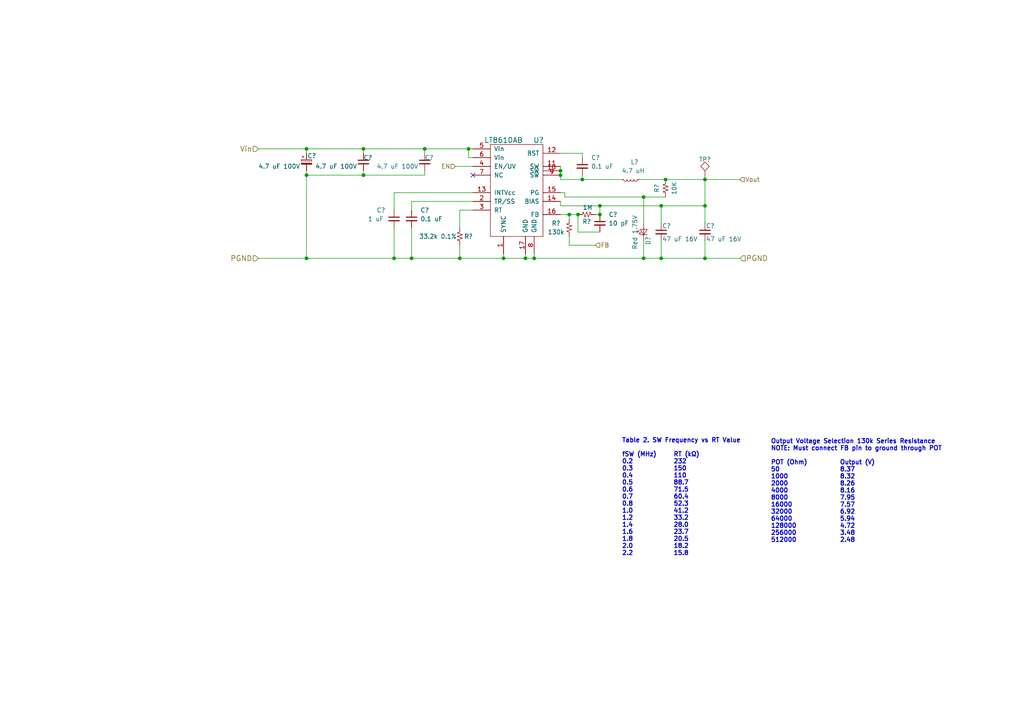
<source format=kicad_sch>
(kicad_sch (version 20211123) (generator eeschema)
  (paper "A4")
  (lib_symbols
    (symbol "BUMP-Strobe-rescue:C_Small-SPC-Control-rescue-DeathStar-rescue" (pin_numbers hide) (pin_names (offset 0.254) hide)
      (property "Reference" "C" (at 0.254 1.778 0))
      (property "Value" "C_Small-SPC-Control-rescue-DeathStar-rescue" (at 0.254 -2.032 0))
      (symbol "C_Small-SPC-Control-rescue-DeathStar-rescue_0_1"
        (polyline (pts (xy -1.524 -0.508) (xy 1.524 -0.508)) (stroke (width 0.3302)))
        (polyline (pts (xy -1.524 0.508) (xy 1.524 0.508)) (stroke (width 0.3048)))
      )
      (symbol "C_Small-SPC-Control-rescue-DeathStar-rescue_1_1"
        (pin passive line (at 0 2.54 270) (length 2.032) (name "~") (number "1"))
        (pin passive line (at 0 -2.54 90) (length 2.032) (name "~") (number "2"))
      )
    )
    (symbol "CBT-140-Control-rescue:CP_Small" (pin_numbers hide) (pin_names (offset 0.254) hide)
      (property "Reference" "C" (at 0.254 1.778 0))
      (property "Value" "CP_Small" (at 0.254 -2.032 0))
      (symbol "CP_Small_0_1"
        (rectangle (start -1.524 -0.3048) (end 1.524 -0.6858) (fill (type outline)))
        (rectangle (start -1.524 0.6858) (end 1.524 0.3048))
        (polyline (pts (xy -1.27 1.524) (xy -0.762 1.524)))
        (polyline (pts (xy -1.016 1.27) (xy -1.016 1.778)))
      )
      (symbol "CP_Small_1_1"
        (pin passive line (at 0 2.54 270) (length 1.8542) (name "~") (number "1"))
        (pin passive line (at 0 -2.54 90) (length 1.8542) (name "~") (number "2"))
      )
    )
    (symbol "CBT-140-Control-rescue:C_Small" (pin_numbers hide) (pin_names (offset 0.254) hide)
      (property "Reference" "C" (at 0.254 1.778 0))
      (property "Value" "C_Small" (at 0.254 -2.032 0))
      (symbol "C_Small_0_1"
        (polyline (pts (xy -1.524 -0.508) (xy 1.524 -0.508)) (stroke (width 0.3302)))
        (polyline (pts (xy -1.524 0.508) (xy 1.524 0.508)) (stroke (width 0.3048)))
      )
      (symbol "C_Small_1_1"
        (pin passive line (at 0 2.54 270) (length 2.032) (name "~") (number "1"))
        (pin passive line (at 0 -2.54 90) (length 2.032) (name "~") (number "2"))
      )
    )
    (symbol "CBT-140-Control-rescue:LED_Small" (pin_numbers hide) (pin_names (offset 0.254) hide)
      (property "Reference" "D" (at -1.27 3.175 0))
      (property "Value" "LED_Small" (at -4.445 -2.54 0))
      (symbol "LED_Small_0_1"
        (polyline (pts (xy -0.762 -1.016) (xy -0.762 1.016)))
        (polyline (pts (xy 1.016 0) (xy -0.762 0)))
        (polyline (pts (xy 0.762 -1.016) (xy -0.762 0) (xy 0.762 1.016) (xy 0.762 -1.016)))
        (polyline (pts (xy 0 0.762) (xy -0.508 1.27) (xy -0.254 1.27) (xy -0.508 1.27) (xy -0.508 1.016)))
        (polyline (pts (xy 0.508 1.27) (xy 0 1.778) (xy 0.254 1.778) (xy 0 1.778) (xy 0 1.524)))
      )
      (symbol "LED_Small_1_1"
        (pin passive line (at -2.54 0 0) (length 1.778) (name "K") (number "1"))
        (pin passive line (at 2.54 0 180) (length 1.778) (name "A") (number "2"))
      )
    )
    (symbol "CBT-140-Control-rescue:LT8610AB" (pin_names (offset 1.016))
      (property "Reference" "U" (at 6.35 15.24 0))
      (property "Value" "LT8610AB" (at -3.81 15.24 0))
      (symbol "LT8610AB_0_1"
        (rectangle (start -7.62 13.97) (end 7.62 -12.7))
      )
      (symbol "LT8610AB_1_1"
        (pin input line (at -3.81 -17.78 90) (length 5.08) (name "SYNC") (number "1"))
        (pin input line (at 12.7 6.35 180) (length 5.08) (name "SW") (number "10"))
        (pin input line (at 12.7 7.62 180) (length 5.08) (name "SW") (number "11"))
        (pin input line (at 12.7 11.43 180) (length 5.08) (name "BST") (number "12"))
        (pin input line (at -12.7 0 0) (length 5.08) (name "INTVcc") (number "13"))
        (pin input line (at 12.7 -2.54 180) (length 5.08) (name "BIAS") (number "14"))
        (pin input line (at 12.7 0 180) (length 5.08) (name "PG") (number "15"))
        (pin input line (at 12.7 -6.35 180) (length 5.08) (name "FB") (number "16"))
        (pin input line (at 2.54 -17.78 90) (length 5.08) (name "GND") (number "17"))
        (pin input line (at -12.7 -2.54 0) (length 5.08) (name "TR/SS") (number "2"))
        (pin input line (at -12.7 -5.08 0) (length 5.08) (name "RT") (number "3"))
        (pin input line (at -12.7 7.62 0) (length 5.08) (name "EN/UV") (number "4"))
        (pin input line (at -12.7 12.7 0) (length 5.08) (name "Vin") (number "5"))
        (pin input line (at -12.7 10.16 0) (length 5.08) (name "Vin") (number "6"))
        (pin input line (at -12.7 5.08 0) (length 5.08) (name "NC") (number "7"))
        (pin input line (at 5.08 -17.78 90) (length 5.08) (name "GND") (number "8"))
        (pin input line (at 12.7 5.08 180) (length 5.08) (name "SW") (number "9"))
      )
    )
    (symbol "CBT-140-Control-rescue:L_Small" (pin_numbers hide) (pin_names (offset 0.254) hide)
      (property "Reference" "L" (at 0.762 1.016 0))
      (property "Value" "L_Small" (at 0.762 -1.016 0))
      (symbol "L_Small_0_1"
        (arc (start 0 -2.032) (mid 0.508 -1.524) (end 0 -1.016))
        (arc (start 0 -1.016) (mid 0.508 -0.508) (end 0 0))
        (arc (start 0 0) (mid 0.508 0.508) (end 0 1.016))
        (arc (start 0 1.016) (mid 0.508 1.524) (end 0 2.032))
      )
      (symbol "L_Small_1_1"
        (pin passive line (at 0 2.54 270) (length 0.508) (name "~") (number "1"))
        (pin passive line (at 0 -2.54 90) (length 0.508) (name "~") (number "2"))
      )
    )
    (symbol "CBT-140-Control-rescue:Resistor_small" (pin_numbers hide) (pin_names (offset 0))
      (property "Reference" "R" (at 2.032 0 90))
      (property "Value" "Resistor_small" (at -2.032 0.254 90))
      (symbol "Resistor_small_0_1"
        (polyline (pts (xy 0 1.27) (xy -0.762 1.016) (xy 0.762 0.508) (xy -0.762 0) (xy 0.762 -0.508) (xy -0.762 -1.016) (xy 0 -1.27)))
      )
      (symbol "Resistor_small_1_1"
        (pin passive line (at 0 2.54 270) (length 1.27) (name "~") (number "1"))
        (pin passive line (at 0 -2.54 90) (length 1.27) (name "~") (number "2"))
      )
    )
    (symbol "CBT-140-Control-rescue:TEST" (pin_numbers hide) (pin_names (offset 1.016) hide)
      (property "Reference" "TP" (at 0 7.62 0))
      (property "Value" "TEST" (at 0 6.35 0))
      (symbol "TEST_0_1"
        (polyline (pts (xy 0 5.08) (xy -1.27 3.81) (xy 0 2.54) (xy 1.27 3.81) (xy 0 5.08) (xy 0 5.08)))
      )
      (symbol "TEST_1_1"
        (pin passive line (at 0 0 90) (length 2.54) (name "~") (number "1"))
      )
    )
    (symbol "Dual-Mag-Camera-Control-rescue:C_Small-SPC-Control-rescue" (pin_numbers hide) (pin_names (offset 0.254) hide)
      (property "Reference" "C" (at 0.254 1.778 0))
      (property "Value" "C_Small-SPC-Control-rescue" (at 0.254 -2.032 0))
      (symbol "C_Small-SPC-Control-rescue_0_1"
        (polyline (pts (xy -1.524 -0.508) (xy 1.524 -0.508)) (stroke (width 0.3302)))
        (polyline (pts (xy -1.524 0.508) (xy 1.524 0.508)) (stroke (width 0.3048)))
      )
      (symbol "C_Small-SPC-Control-rescue_1_1"
        (pin passive line (at 0 2.54 270) (length 2.032) (name "~") (number "1"))
        (pin passive line (at 0 -2.54 90) (length 2.032) (name "~") (number "2"))
      )
    )
  )
  (junction (at 191.77 74.93))
  (junction (at 162.56 49.53))
  (junction (at 204.47 74.93))
  (junction (at 146.05 74.93))
  (junction (at 133.35 74.93))
  (junction (at 135.89 43.18))
  (junction (at 193.04 52.07))
  (junction (at 165.1 62.23))
  (junction (at 154.94 74.93))
  (junction (at 173.99 62.23))
  (junction (at 186.69 74.93))
  (junction (at 88.9 50.8))
  (junction (at 162.56 50.8))
  (junction (at 191.77 59.69))
  (junction (at 204.47 52.07))
  (junction (at 186.69 57.15))
  (junction (at 88.9 43.18))
  (junction (at 114.3 74.93))
  (junction (at 152.4 74.93))
  (junction (at 168.91 52.07))
  (junction (at 105.41 50.8))
  (junction (at 173.99 59.69))
  (junction (at 88.9 74.93))
  (junction (at 204.47 59.69))
  (junction (at 167.64 62.23))
  (junction (at 119.38 74.93))
  (junction (at 123.19 43.18))
  (junction (at 105.41 43.18))
  (no_connect (at 137.16 50.8))
  (wire (pts (xy 133.35 74.93) (xy 133.35 71.12)))
  (wire (pts (xy 191.77 59.69) (xy 204.47 59.69)))
  (wire (pts (xy 88.9 74.93) (xy 114.3 74.93)))
  (wire (pts (xy 168.91 44.45) (xy 168.91 45.72)))
  (wire (pts (xy 105.41 50.8) (xy 123.19 50.8)))
  (wire (pts (xy 162.56 50.8) (xy 162.56 52.07)))
  (wire (pts (xy 105.41 49.53) (xy 105.41 50.8)))
  (wire (pts (xy 193.04 52.07) (xy 204.47 52.07)))
  (wire (pts (xy 133.35 74.93) (xy 146.05 74.93)))
  (wire (pts (xy 173.99 59.69) (xy 173.99 62.23)))
  (wire (pts (xy 114.3 55.88) (xy 114.3 60.96)))
  (wire (pts (xy 167.64 67.31) (xy 173.99 67.31)))
  (wire (pts (xy 167.64 67.31) (xy 167.64 62.23)))
  (wire (pts (xy 119.38 74.93) (xy 133.35 74.93)))
  (wire (pts (xy 191.77 74.93) (xy 191.77 69.85)))
  (wire (pts (xy 74.93 74.93) (xy 88.9 74.93)))
  (wire (pts (xy 152.4 74.93) (xy 154.94 74.93)))
  (wire (pts (xy 114.3 74.93) (xy 119.38 74.93)))
  (wire (pts (xy 146.05 74.93) (xy 152.4 74.93)))
  (wire (pts (xy 186.69 57.15) (xy 186.69 64.77)))
  (wire (pts (xy 191.77 74.93) (xy 204.47 74.93)))
  (wire (pts (xy 165.1 71.12) (xy 165.1 68.58)))
  (wire (pts (xy 162.56 59.69) (xy 173.99 59.69)))
  (wire (pts (xy 123.19 50.8) (xy 123.19 49.53)))
  (wire (pts (xy 137.16 58.42) (xy 119.38 58.42)))
  (wire (pts (xy 186.69 74.93) (xy 191.77 74.93)))
  (wire (pts (xy 135.89 45.72) (xy 137.16 45.72)))
  (wire (pts (xy 105.41 43.18) (xy 123.19 43.18)))
  (wire (pts (xy 168.91 52.07) (xy 168.91 50.8)))
  (wire (pts (xy 154.94 73.66) (xy 154.94 74.93)))
  (wire (pts (xy 88.9 50.8) (xy 88.9 74.93)))
  (wire (pts (xy 88.9 43.18) (xy 88.9 44.45)))
  (wire (pts (xy 154.94 74.93) (xy 186.69 74.93)))
  (wire (pts (xy 173.99 62.23) (xy 172.72 62.23)))
  (wire (pts (xy 204.47 52.07) (xy 214.63 52.07)))
  (wire (pts (xy 163.83 57.15) (xy 163.83 55.88)))
  (wire (pts (xy 105.41 43.18) (xy 105.41 44.45)))
  (wire (pts (xy 137.16 55.88) (xy 114.3 55.88)))
  (wire (pts (xy 162.56 48.26) (xy 162.56 49.53)))
  (wire (pts (xy 137.16 60.96) (xy 133.35 60.96)))
  (wire (pts (xy 114.3 74.93) (xy 114.3 66.04)))
  (wire (pts (xy 146.05 74.93) (xy 146.05 73.66)))
  (wire (pts (xy 88.9 49.53) (xy 88.9 50.8)))
  (wire (pts (xy 162.56 58.42) (xy 162.56 59.69)))
  (wire (pts (xy 165.1 62.23) (xy 165.1 63.5)))
  (wire (pts (xy 162.56 49.53) (xy 162.56 50.8)))
  (wire (pts (xy 186.69 69.85) (xy 186.69 74.93)))
  (wire (pts (xy 133.35 60.96) (xy 133.35 66.04)))
  (wire (pts (xy 88.9 50.8) (xy 105.41 50.8)))
  (wire (pts (xy 137.16 43.18) (xy 135.89 43.18)))
  (wire (pts (xy 162.56 52.07) (xy 168.91 52.07)))
  (wire (pts (xy 168.91 52.07) (xy 180.34 52.07)))
  (wire (pts (xy 163.83 57.15) (xy 186.69 57.15)))
  (wire (pts (xy 74.93 43.18) (xy 88.9 43.18)))
  (wire (pts (xy 204.47 74.93) (xy 214.63 74.93)))
  (wire (pts (xy 135.89 43.18) (xy 135.89 45.72)))
  (wire (pts (xy 186.69 57.15) (xy 193.04 57.15)))
  (wire (pts (xy 119.38 58.42) (xy 119.38 60.96)))
  (wire (pts (xy 185.42 52.07) (xy 193.04 52.07)))
  (wire (pts (xy 123.19 43.18) (xy 123.19 44.45)))
  (wire (pts (xy 152.4 74.93) (xy 152.4 73.66)))
  (wire (pts (xy 132.08 48.26) (xy 137.16 48.26)))
  (wire (pts (xy 163.83 55.88) (xy 162.56 55.88)))
  (wire (pts (xy 204.47 59.69) (xy 204.47 64.77)))
  (wire (pts (xy 204.47 52.07) (xy 204.47 59.69)))
  (wire (pts (xy 191.77 59.69) (xy 191.77 64.77)))
  (wire (pts (xy 172.72 71.12) (xy 165.1 71.12)))
  (wire (pts (xy 173.99 59.69) (xy 191.77 59.69)))
  (wire (pts (xy 167.64 62.23) (xy 165.1 62.23)))
  (wire (pts (xy 162.56 44.45) (xy 168.91 44.45)))
  (wire (pts (xy 123.19 43.18) (xy 135.89 43.18)))
  (wire (pts (xy 204.47 74.93) (xy 204.47 69.85)))
  (wire (pts (xy 119.38 74.93) (xy 119.38 66.04)))
  (wire (pts (xy 88.9 43.18) (xy 105.41 43.18)))
  (wire (pts (xy 165.1 62.23) (xy 162.56 62.23)))
  (text "Table 2. SW Frequency vs RT Value\n\nfSW (MHz) 	RT (kΩ)\n0.2 		232\n0.3 		150\n0.4 		110\n0.5 		88.7\n0.6 		71.5\n0.7 		60.4\n0.8 		52.3\n1.0 		41.2\n1.2 		33.2\n1.4 		28.0\n1.6 		23.7\n1.8 		20.5\n2.0 		18.2\n2.2 		15.8" (at 180.34 161.29 0) (effects (font (size 1.27 1.27) (thickness 0.254) bold) (justify left bottom)))
  (text "Output Voltage Selection 130k Series Resistance\nNOTE: Must connect FB pin to ground through POT\n\nPOT (Ohm)		Output (V)\n50				8.37\n1000			8.32\n2000			8.26\n4000			8.16\n8000			7.95\n16000			7.57\n32000			6.92\n64000			5.94\n128000			4.72\n256000			3.48\n512000			2.48" (at 223.52 157.48 0) (effects (font (size 1.27 1.27) (thickness 0.254) bold) (justify left bottom)))
  (hierarchical_label "FB" (shape input) (at 172.72 71.12 0))
  (hierarchical_label "Vin" (shape input) (at 74.93 43.18 180) (effects (font (size 1.524 1.524))))
  (hierarchical_label "PGND" (shape input) (at 74.93 74.93 180) (effects (font (size 1.524 1.524))))
  (hierarchical_label "EN" (shape input) (at 132.08 48.26 180))
  (hierarchical_label "PGND" (shape input) (at 214.63 74.93 0) (effects (font (size 1.524 1.524))))
  (hierarchical_label "Vout" (shape input) (at 214.63 52.07 0))
  (symbol (lib_id "CBT-140-Control-rescue:Resistor_small") (at 170.18 62.23 270)
    (property "Reference" "R?" (at 170.18 64.262 90))
    (property "Value" "1M" (at 170.434 60.198 90))
    (property "Footprint" "Resistor_SMD:R_0603_1608Metric" (effects hide))
    (property "Datasheet" "http://www.yageo.com/documents/recent/PYu-RC_Group_51_RoHS_L_8.pdf" (effects hide))
    (property "Part Number" "311-1.00MHRCT-ND" (effects hide))
    (property "Supplier" "Digikey" (effects hide))
    (property "Link" "https://www.digikey.com/product-detail/en/yageo/RC0603FR-071ML/311-1.00MHRCT-ND/729791" (effects hide))
  )
  (symbol (lib_id "CBT-140-Control-rescue:C_Small") (at 105.41 46.99 0)
    (property "Reference" "C?" (at 105.41 45.72 0) (effects (justify left)))
    (property "Value" "4.7 uF 100V" (at 91.44 48.26 0) (effects (justify left)))
    (property "Footprint" "Capacitor_SMD:C_1210_3225Metric" (effects hide))
    (property "Datasheet" "http://www.yuden.co.jp/productdata/catalog/mlcc06_e.pdf" (effects hide))
    (property "Part Number" "587-5038-1-ND" (effects hide))
    (property "Supplier" "Digikey" (effects hide))
    (property "Link" "https://www.digikey.com/product-detail/en/taiyo-yuden/HMK325C7475KN-TE/587-5038-1-ND/6563881" (effects hide))
  )
  (symbol (lib_id "CBT-140-Control-rescue:C_Small") (at 123.19 46.99 0)
    (property "Reference" "C?" (at 123.19 45.72 0) (effects (justify left)))
    (property "Value" "4.7 uF 100V" (at 109.22 48.26 0) (effects (justify left)))
    (property "Footprint" "Capacitor_SMD:C_1210_3225Metric" (effects hide))
    (property "Datasheet" "http://www.yuden.co.jp/productdata/catalog/mlcc06_e.pdf" (effects hide))
    (property "Part Number" "587-5038-1-ND" (effects hide))
    (property "Supplier" "Digikey" (effects hide))
    (property "Link" "https://www.digikey.com/product-detail/en/taiyo-yuden/HMK325C7475KN-TE/587-5038-1-ND/6563881" (effects hide))
  )
  (symbol (lib_id "CBT-140-Control-rescue:CP_Small") (at 88.9 46.99 0)
    (property "Reference" "C?" (at 89.154 45.212 0) (effects (justify left)))
    (property "Value" "4.7 uF 100V" (at 74.93 48.26 0) (effects (justify left)))
    (property "Footprint" "Capacitor_SMD:CP_Elec_5x3.9" (effects hide))
    (property "Datasheet" "https://www.nichicon.co.jp/english/products/pdfs/e-uzg.pdf" (effects hide))
    (property "Part Number" "493-10068-1-ND" (effects hide))
    (property "Supplier" "Digikey" (effects hide))
    (property "Link" "https://www.digikey.com/en/products/detail/nichicon/UZG1H4R7MCL1GB/2550980" (effects hide))
  )
  (symbol (lib_id "CBT-140-Control-rescue:C_Small") (at 191.77 67.31 0)
    (property "Reference" "C?" (at 192.024 65.532 0) (effects (justify left)))
    (property "Value" "47 uF 16V" (at 192.024 69.342 0) (effects (justify left)))
    (property "Footprint" "Capacitor_SMD:C_1210_3225Metric" (effects hide))
    (property "Datasheet" "https://www.murata.com/~/media/webrenewal/support/library/catalog/products/capacitor/mlcc/c02e.ashx" (effects hide))
    (property "Part Number" "490-8355-1-ND" (effects hide))
    (property "Supplier" "Digikey" (effects hide))
    (property "Link" "https://www.digikey.com/product-detail/en/murata-electronics-north-america/GRM32ER61C476ME15K/490-8355-1-ND/4380649" (effects hide))
  )
  (symbol (lib_id "BUMP-Strobe-rescue:C_Small-SPC-Control-rescue-DeathStar-rescue") (at 119.38 63.5 0)
    (property "Reference" "C?" (at 121.92 60.96 0) (effects (justify left)))
    (property "Value" "0.1 uF" (at 121.92 63.5 0) (effects (justify left)))
    (property "Footprint" "Capacitor_SMD:C_0603_1608Metric" (effects hide))
    (property "Datasheet" "https://www.murata.com/~/media/webrenewal/support/library/catalog/products/capacitor/mlcc/c02e.ashx?la=en-us" (effects hide))
    (property "Part Number" "490-3285-1-ND" (effects hide))
    (property "Supplier" "Digikey" (effects hide))
    (property "Link" "https://www.digikey.com/product-detail/en/murata-electronics-north-america/GRM188R72A104KA35D/490-3285-1-ND/702826" (effects hide))
  )
  (symbol (lib_id "BUMP-Strobe-rescue:C_Small-SPC-Control-rescue-DeathStar-rescue") (at 168.91 48.26 0)
    (property "Reference" "C?" (at 171.45 45.72 0) (effects (justify left)))
    (property "Value" "0.1 uF" (at 171.45 48.26 0) (effects (justify left)))
    (property "Footprint" "Capacitor_SMD:C_0603_1608Metric" (effects hide))
    (property "Datasheet" "https://www.murata.com/~/media/webrenewal/support/library/catalog/products/capacitor/mlcc/c02e.ashx?la=en-us" (effects hide))
    (property "Part Number" "490-3285-1-ND" (effects hide))
    (property "Supplier" "Digikey" (effects hide))
    (property "Link" "https://www.digikey.com/product-detail/en/murata-electronics-north-america/GRM188R72A104KA35D/490-3285-1-ND/702826" (effects hide))
  )
  (symbol (lib_id "CBT-140-Control-rescue:TEST") (at 204.47 52.07 0)
    (property "Reference" "TP?" (at 204.47 46.99 0) (effects (justify bottom)))
    (property "Value" " " (at 204.47 45.72 0))
    (property "Footprint" "TestPoint:TestPoint_Keystone_5015_Micro-Minature" (effects hide))
    (property "Datasheet" "https://www.keyelco.com/userAssets/file/M65p55.pdf" (effects hide))
    (property "Part Number" "36-5015CT-ND" (effects hide))
    (property "Supplier" "Digikey" (effects hide))
    (property "Link" "https://www.digikey.com/en/products/detail/keystone-electronics/5015/278885" (effects hide))
  )
  (symbol (lib_id "Dual-Mag-Camera-Control-rescue:C_Small-SPC-Control-rescue") (at 114.3 63.5 0)
    (property "Reference" "C?" (at 109.22 60.96 0) (effects (justify left)))
    (property "Value" "1 uF" (at 106.68 63.5 0) (effects (justify left)))
    (property "Footprint" "Capacitor_SMD:C_0805_2012Metric" (effects hide))
    (property "Datasheet" "https://www.yageo.com/upload/media/product/productsearch/datasheet/mlcc/UPY-GPHC_X7R_6.3V-to-50V_18.pdf" (effects hide))
    (property "Part Number" "311-3498-1-ND" (effects hide))
    (property "Supplier" "Digikey" (effects hide))
    (property "Link" "https://www.digikey.com/product-detail/en/yageo/CC0805JKX7R9BB105/311-3498-1-ND/7164519" (effects hide))
  )
  (symbol (lib_id "CBT-140-Control-rescue:Resistor_small") (at 193.04 54.61 0)
    (property "Reference" "R?" (at 190.5 54.61 90))
    (property "Value" "10K" (at 195.58 54.61 90))
    (property "Footprint" "Resistor_SMD:R_0603_1608Metric" (effects hide))
    (property "Datasheet" "http://www.vishay.com/docs/28705/mcx0x0xpro.pdf" (effects hide))
    (property "Part Number" "MCT0603-10.0K-CFCT-ND" (effects hide))
    (property "Supplier" "Digikey" (effects hide))
    (property "Link" "https://www.digikey.com/product-detail/en/vishay-beyschlag/MCT06030C1002FP500/MCT0603-10.0K-CFCT-ND/2607933" (effects hide))
  )
  (symbol (lib_id "CBT-140-Control-rescue:LT8610AB") (at 149.86 55.88 0)
    (property "Reference" "U?" (at 156.21 40.64 0) (effects (font (size 1.524 1.524))))
    (property "Value" "LT8610AB" (at 146.05 40.64 0) (effects (font (size 1.524 1.524))))
    (property "Footprint" "Housings_SSOP:MSOP-16-1EP-VIA_3x4mm_Pitch0.5mm" (effects hide))
    (property "Datasheet" "http://www.linear.com/docs/44171" (effects hide))
    (property "Part Number" "LT8610ABHMSE#PBF-ND" (effects hide))
    (property "Supplier" "Digikey" (effects hide))
    (property "Link" "https://www.digikey.com/product-detail/en/linear-technology-analog-devices/LT8610ABHMSE-PBF/LT8610ABHMSE-PBF-ND/6596380" (effects hide))
  )
  (symbol (lib_id "CBT-140-Control-rescue:L_Small") (at 182.88 52.07 270)
    (property "Reference" "L?" (at 182.88 46.99 90) (effects (justify left)))
    (property "Value" "4.7 uH" (at 180.34 49.53 90) (effects (justify left)))
    (property "Footprint" "Inductor_SMD:L_Vishay_IHLP-2020" (effects hide))
    (property "Datasheet" "https://www.vishay.com/docs/34253/ihlp-2020bz-01.pdf" (effects hide))
    (property "Part Number" "541-1090-1-ND" (effects hide))
    (property "Supplier" "Digikey" (effects hide))
    (property "Link" "https://www.digikey.com/en/products/detail/vishay-dale/IHLP2020BZER4R7M01/1869313?s=N4IgTCBcDaIOwAYC0BJAEgGQApgbgQgFoCiASgCylwCyCIAugL5A" (effects hide))
  )
  (symbol (lib_id "CBT-140-Control-rescue:LED_Small") (at 186.69 67.31 90)
    (property "Reference" "D?" (at 187.96 71.12 0) (effects (justify left)))
    (property "Value" "Red 1.75V" (at 184.15 72.39 0) (effects (justify left)))
    (property "Footprint" "LED_SMD:LED_0603_1608Metric" (effects hide))
    (property "Datasheet" "http://www.kingbrightusa.com/images/catalog/SPEC/APHD1608LSURCK.pdf" (effects hide))
    (property "Part Number" "754-2032-1-ND" (effects hide))
    (property "Supplier" "Digikey" (effects hide))
    (property "Link" "https://www.digikey.com/product-detail/en/kingbright/APHD1608LSURCK/754-2032-1-ND/7043086" (effects hide))
  )
  (symbol (lib_id "CBT-140-Control-rescue:Resistor_small") (at 133.35 68.58 0)
    (property "Reference" "R?" (at 135.89 68.58 0))
    (property "Value" "33.2k 0.1%" (at 127 68.58 0))
    (property "Footprint" "Resistor_SMD:R_0603_1608Metric" (effects hide))
    (property "Datasheet" "https://industrial.panasonic.com/cdbs/www-data/pdf/RDM0000/AOA0000C307.pdf" (effects hide))
    (property "Part Number" "P33.2KDBCT-ND" (effects hide))
    (property "Supplier" "Digikey" (effects hide))
    (property "Link" "https://www.digikey.com/product-detail/en/panasonic-electronic-components/ERA-3AEB3322V/P33.2KDBCT-ND/3075933" (effects hide))
  )
  (symbol (lib_id "CBT-140-Control-rescue:Resistor_small") (at 165.1 66.04 0)
    (property "Reference" "R?" (at 161.29 64.77 0))
    (property "Value" "130k" (at 161.29 67.31 0))
    (property "Footprint" "Resistor_SMD:R_0603_1608Metric" (effects hide))
    (property "Datasheet" "https://www.te.com/commerce/DocumentDelivery/DDEController?Action=srchrtrv&DocNm=1773270&DocType=DS&DocLang=English" (effects hide))
    (property "Part Number" "A124700CT-ND" (effects hide))
    (property "Supplier" "Digikey" (effects hide))
    (property "Link" "https://www.digikey.com/en/products/detail/te-connectivity-passive-product/RN73C1J130KBTD/6557646" (effects hide))
  )
  (symbol (lib_id "CBT-140-Control-rescue:C_Small") (at 204.47 67.31 0)
    (property "Reference" "C?" (at 204.724 65.532 0) (effects (justify left)))
    (property "Value" "47 uF 16V" (at 204.724 69.342 0) (effects (justify left)))
    (property "Footprint" "Capacitor_SMD:C_1210_3225Metric" (effects hide))
    (property "Datasheet" "https://www.murata.com/~/media/webrenewal/support/library/catalog/products/capacitor/mlcc/c02e.ashx" (effects hide))
    (property "Part Number" "490-8355-1-ND" (effects hide))
    (property "Supplier" "Digikey" (effects hide))
    (property "Link" "https://www.digikey.com/product-detail/en/murata-electronics-north-america/GRM32ER61C476ME15K/490-8355-1-ND/4380649" (effects hide))
  )
  (symbol (lib_id "CBT-140-Control-rescue:C_Small") (at 173.99 64.77 0)
    (property "Reference" "C?" (at 176.53 62.23 0) (effects (justify left)))
    (property "Value" "10 pF" (at 176.53 64.77 0) (effects (justify left)))
    (property "Footprint" "Capacitor_SMD:C_0603_1608Metric" (effects hide))
    (property "Datasheet" "https://search.kemet.com/component-edge/download/datasheet/C0603C100K5RACAUTO.pdf" (effects hide))
    (property "Part Number" "399-13711-1-ND" (effects hide))
    (property "Supplier" "Digikey" (effects hide))
    (property "Link" "https://www.digikey.com/product-detail/en/kemet/C0603C100K5RACAUTO/399-13711-1-ND/6219639" (effects hide))
  )
)
</source>
